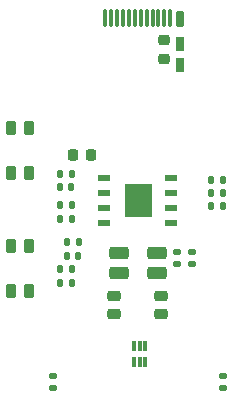
<source format=gbr>
G04 #@! TF.GenerationSoftware,KiCad,Pcbnew,8.0.5*
G04 #@! TF.CreationDate,2024-11-16T16:19:56+03:00*
G04 #@! TF.ProjectId,USB_duck_v2,5553425f-6475-4636-9b5f-76322e6b6963,rev?*
G04 #@! TF.SameCoordinates,Original*
G04 #@! TF.FileFunction,Paste,Bot*
G04 #@! TF.FilePolarity,Positive*
%FSLAX46Y46*%
G04 Gerber Fmt 4.6, Leading zero omitted, Abs format (unit mm)*
G04 Created by KiCad (PCBNEW 8.0.5) date 2024-11-16 16:19:56*
%MOMM*%
%LPD*%
G01*
G04 APERTURE LIST*
G04 Aperture macros list*
%AMRoundRect*
0 Rectangle with rounded corners*
0 $1 Rounding radius*
0 $2 $3 $4 $5 $6 $7 $8 $9 X,Y pos of 4 corners*
0 Add a 4 corners polygon primitive as box body*
4,1,4,$2,$3,$4,$5,$6,$7,$8,$9,$2,$3,0*
0 Add four circle primitives for the rounded corners*
1,1,$1+$1,$2,$3*
1,1,$1+$1,$4,$5*
1,1,$1+$1,$6,$7*
1,1,$1+$1,$8,$9*
0 Add four rect primitives between the rounded corners*
20,1,$1+$1,$2,$3,$4,$5,0*
20,1,$1+$1,$4,$5,$6,$7,0*
20,1,$1+$1,$6,$7,$8,$9,0*
20,1,$1+$1,$8,$9,$2,$3,0*%
G04 Aperture macros list end*
%ADD10C,0.010000*%
%ADD11RoundRect,0.075000X0.075000X0.675000X-0.075000X0.675000X-0.075000X-0.675000X0.075000X-0.675000X0*%
%ADD12RoundRect,0.175000X-0.175000X-0.525000X0.175000X-0.525000X0.175000X0.525000X-0.175000X0.525000X0*%
%ADD13RoundRect,0.135000X-0.185000X0.135000X-0.185000X-0.135000X0.185000X-0.135000X0.185000X0.135000X0*%
%ADD14RoundRect,0.140000X0.140000X0.170000X-0.140000X0.170000X-0.140000X-0.170000X0.140000X-0.170000X0*%
%ADD15RoundRect,0.135000X0.135000X0.185000X-0.135000X0.185000X-0.135000X-0.185000X0.135000X-0.185000X0*%
%ADD16RoundRect,0.262500X-0.587500X-0.262500X0.587500X-0.262500X0.587500X0.262500X-0.587500X0.262500X0*%
%ADD17RoundRect,0.225000X-0.225000X-0.250000X0.225000X-0.250000X0.225000X0.250000X-0.225000X0.250000X0*%
%ADD18RoundRect,0.225000X-0.250000X0.225000X-0.250000X-0.225000X0.250000X-0.225000X0.250000X0.225000X0*%
%ADD19RoundRect,0.225000X0.225000X-0.375000X0.225000X0.375000X-0.225000X0.375000X-0.225000X-0.375000X0*%
%ADD20RoundRect,0.135000X0.185000X-0.135000X0.185000X0.135000X-0.185000X0.135000X-0.185000X-0.135000X0*%
%ADD21RoundRect,0.026400X0.493600X0.193600X-0.493600X0.193600X-0.493600X-0.193600X0.493600X-0.193600X0*%
%ADD22RoundRect,0.225000X0.350000X0.225000X-0.350000X0.225000X-0.350000X-0.225000X0.350000X-0.225000X0*%
%ADD23R,0.300000X0.850000*%
%ADD24R,0.760000X1.270000*%
G04 APERTURE END LIST*
D10*
X1080000Y-16765000D02*
X-1080000Y-16765000D01*
X-1080000Y-14045000D01*
X1080000Y-14045000D01*
X1080000Y-16765000D01*
G36*
X1080000Y-16765000D02*
G01*
X-1080000Y-16765000D01*
X-1080000Y-14045000D01*
X1080000Y-14045000D01*
X1080000Y-16765000D01*
G37*
D11*
X2750000Y0D03*
X2250000Y0D03*
X1750000Y0D03*
X1250000Y0D03*
X750000Y0D03*
X250000Y0D03*
X-250000Y0D03*
X-750000Y0D03*
X-1250000Y0D03*
X-1750000Y0D03*
X-2250000Y0D03*
X-2750000Y0D03*
D12*
X3600000Y-50000D03*
D13*
X3350000Y-19790000D03*
X3350000Y-20810000D03*
D14*
X-5620000Y-14250000D03*
X-6580000Y-14250000D03*
D15*
X-5600000Y-21250000D03*
X-6620000Y-21250000D03*
X-5590000Y-15800000D03*
X-6610000Y-15800000D03*
D14*
X-5600000Y-13150000D03*
X-6560000Y-13150000D03*
D15*
X-5590000Y-17000000D03*
X-6610000Y-17000000D03*
X7210000Y-13700000D03*
X6190000Y-13700000D03*
X-5000000Y-18950000D03*
X-6020000Y-18950000D03*
D16*
X1600000Y-21525000D03*
X-1600000Y-21525000D03*
X1600000Y-19875000D03*
X-1600000Y-19875000D03*
D17*
X-5525000Y-11600000D03*
X-3975000Y-11600000D03*
D15*
X-5600000Y-22400000D03*
X-6620000Y-22400000D03*
D18*
X2200000Y-1865000D03*
X2200000Y-3415000D03*
D19*
X-9250000Y-13100000D03*
X-10750000Y-13100000D03*
X-9250000Y-9300000D03*
X-10750000Y-9300000D03*
D14*
X7180000Y-15900000D03*
X6220000Y-15900000D03*
D20*
X7200000Y-31310000D03*
X7200000Y-30290000D03*
X-7200000Y-31310000D03*
X-7200000Y-30290000D03*
D21*
X2845000Y-13500000D03*
X2845000Y-14770000D03*
X2845000Y-16040000D03*
X2845000Y-17310000D03*
X-2845000Y-17310000D03*
X-2845000Y-16040000D03*
X-2845000Y-14770000D03*
X-2845000Y-13500000D03*
D22*
X1975000Y-23500000D03*
X1975000Y-25000000D03*
X-1975000Y-25000000D03*
X-1975000Y-23500000D03*
D14*
X-5040000Y-20100000D03*
X-6000000Y-20100000D03*
D23*
X-350000Y-27700000D03*
X150000Y-27700000D03*
X650000Y-27700000D03*
X650000Y-29100000D03*
X150000Y-29100000D03*
X-350000Y-29100000D03*
D19*
X-9250000Y-23100000D03*
X-10750000Y-23100000D03*
X-9250000Y-19300000D03*
X-10750000Y-19300000D03*
D14*
X7180000Y-14800000D03*
X6220000Y-14800000D03*
D24*
X3600000Y-3940000D03*
X3600000Y-2160000D03*
D13*
X4550000Y-19790000D03*
X4550000Y-20810000D03*
M02*

</source>
